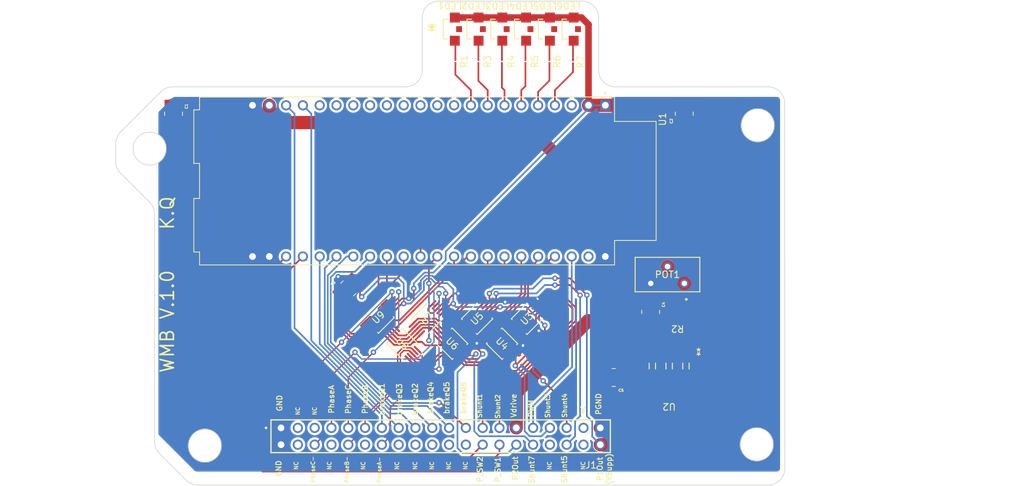
<source format=kicad_pcb>
(kicad_pcb (version 20221018) (generator pcbnew)
  (layers (0 "F.Cu" signal) (31 "B.Cu" signal) (34 "B.Paste" user) (35 "F.Paste" user) (36 "B.SilkS" user "B.Silkscreen") (37 "F.SilkS" user "F.Silkscreen") (38 "B.Mask" user) (39 "F.Mask" user) (44 "Edge.Cuts" user))
  (net 0 "")
  (net 1 "GND")
  (net 2 "Vdrive")
  (net 4 "PhaseC-")
  (net 5 "PhaseB-")
  (net 6 "PhaseA+")
  (net 7 "PhaseA-")
  (net 8 "PhaseC+")
  (net 9 "PhaseB+")
  (net 11 "Shunt1")
  (net 12 "Shunt2")
  (net 17 "PowerSW2")
  (net 18 "PowerSW1")
  (net 19 "Shunt8")
  (net 20 "PWM_sig")
  (net 21 "Shunt7")
  (net 22 "Shunt3")
  (net 23 "Shunt6")
  (net 24 "Shunt4")
  (net 25 "Shunt5")
  (net 30 "Brake_Q4")
  (net 31 "Brake_Q1")
  (net 32 "Brake_Q3")
  (net 33 "Brake_Q2")
  (net 34 "Brake_Q5")
  (net 35 "Brake_Q6")
  (net 39 "Net-(U2-ADJ{slash}GND)")
  (net 40 "Net-(LED1-Pad1)")
  (net 41 "Net-(LED2-Pad1)")
  (net 42 "Net-(LED3-Pad1)")
  (net 43 "Net-(LED4-Pad1)")
  (net 44 "Net-(LED5-Pad1)")
  (net 45 "Net-(LED6-Pad1)")
  (net 47 "/measurement chips/CS1")
  (net 49 "/measurement chips/CS2")
  (net 51 "/measurement chips/CS3")
  (net 53 "/measurement chips/CS4")
  (net 54 "/measurement chips/CS5")
  (net 55 "/measurement chips/CS6")
  (net 60 "LED1")
  (net 61 "V3.3+")
  (net 62 "LED2")
  (net 63 "LED3")
  (net 64 "LED4")
  (net 65 "LED5")
  (net 66 "LED6")
  (net 68 "/measurement chips/CS7")
  (net 69 "/measurement chips/MISO")
  (net 70 "/measurement chips/SCLK")
  (net 71 "/measurement chips/MOSI")
  (net 72 "/measurement chips/ALERT")
  (footprint "footprints:ERJXGN_RCD" (layer "F.Cu") (at 150.306152 29.484964 90)
    (fp_text reference "R7")
    (fp_text value "ERJXGNJ560Y")
  )
  (footprint "footprints:TS3B" (layer "F.Cu") (at 164.846 81.6229 180)
    (fp_text reference "U2")
    (fp_text value "LM1084ISX-5.0_NOPB")
  )
  (footprint "footprints:VSSOP10_DGS_TEX" (layer "F.Cu") (at 124.495232 72.109368 -45)
    (fp_text reference "U8")
    (fp_text value "INA229AIDGSR")
  )
  (footprint "footprints:VSSOP10_DGS_TEX" (layer "F.Cu") (at 143.35377 68.33766 45)
    (fp_text reference "U3")
    (fp_text value "INA229AIDGSR")
  )
  (footprint "footprints:LED_XZMG56W_SLD" (layer "F.Cu") (at 142.47087 24.552414 180)
    (fp_text reference "LED4")
    (fp_text value "XZMG56W")
  )
  (footprint "footprints:ERJXGN_RCD" (layer "F.Cu") (at 132.5289 29.445689 90)
    (fp_text reference "R1")
    (fp_text value "ERJXGNJ560Y")
  )
  (footprint "footprints:ERJXGN_RCD" (layer "F.Cu") (at 143.117658 29.445689 90)
    (fp_text reference "R5")
    (fp_text value "ERJXGNJ560Y")
  )
  (footprint "footprints:CAPC3225X270N" (layer "F.Cu") (at 116.332 63.754 45)
    (fp_text reference "C3")
    (fp_text value "GRM32EC72A106KE05L")
  )
  (footprint "footprints:VSSOP10_DGS_TEX" (layer "F.Cu") (at 128.266939 68.33766 45)
    (fp_text reference "U7")
    (fp_text value "INA229AIDGSR")
  )
  (footprint "footprints:ERJXGN_RCD" (layer "F.Cu") (at 139.561658 29.445689 90)
    (fp_text reference "R4")
    (fp_text value "ERJXGNJ560Y")
  )
  (footprint "footprints:CAPC3225X270N" (layer "F.Cu") (at 167.132 37.338 90)
    (fp_text reference "C2")
    (fp_text value "GRM32EC72A106KE05L")
  )
  (footprint "footprints:RES_CRCW_0402" (layer "F.Cu") (at 166.116 69.85 180)
    (fp_text reference "R2")
    (fp_text value "CRCW04021K00FKED")
  )
  (footprint "footprints:LED_XZMG56W_SLD" (layer "F.Cu") (at 131.687658 24.552414 180)
    (fp_text reference "LED1")
    (fp_text value "XZMG56W")
  )
  (footprint "footprints:LED_XZMG56W_SLD" (layer "F.Cu") (at 138.876467 24.552414 180)
    (fp_text reference "LED3")
    (fp_text value "XZMG56W")
  )
  (footprint "footprints:VSSOP10_DGS_TEX" (layer "F.Cu") (at 135.810355 68.33766 45)
    (fp_text reference "U5")
    (fp_text value "INA229AIDGSR")
  )
  (footprint "footprints:CAPC3225X270N" (layer "F.Cu") (at 156.464 77.216 180)
    (fp_text reference "C5")
    (fp_text value "GRM32EC72A106KE05L")
  )
  (footprint "footprints:VSSOP10_DGS_TEX" (layer "F.Cu") (at 120.903129 68.158055 45)
    (fp_text reference "U9")
    (fp_text value "INA229AIDGSR")
  )
  (footprint "footprints:MODULE_ESP32-S2-DEVKITC-1" (layer "F.Cu") (at 125.222 47.498 -90)
    (fp_text reference "U1")
    (fp_text value "ESP32-S2-DEVKITC-1")
  )
  (footprint "footprints:LED_XZMG56W_SLD" (layer "F.Cu") (at 149.659676 24.552414 180)
    (fp_text reference "LED6")
    (fp_text value "XZMG56W")
  )
  (footprint "footprints:ERJXGN_RCD" (layer "F.Cu") (at 146.747129 29.445607 90)
    (fp_text reference "R6")
    (fp_text value "ERJXGNJ560Y")
  )
  (footprint "footprints:SAMTEC_ESQ-120-XX-X-D-XX" (layer "F.Cu") (at 130.302 86.106 180)
    (fp_text reference "J1")
    (fp_text value "ESQ-120-XX-X-D-XX")
  )
  (footprint "footprints:VSSOP10_DGS_TEX" (layer "F.Cu") (at 132.038647 72.109368 -45)
    (fp_text reference "U6")
    (fp_text value "INA229AIDGSR")
  )
  (footprint "footprints:CAPC3225X270N" (layer "F.Cu") (at 89.916 37.338 -90)
    (fp_text reference "C1")
    (fp_text value "GRM32EC72A106KE05L")
  )
  (footprint "footprints:CAPC3225X270N" (layer "F.Cu") (at 162.052 67.31 -90)
    (fp_text reference "C4")
    (fp_text value "GRM32EC72A106KE05L")
  )
  (footprint "footprints:POT_3296Y" (layer "F.Cu") (at 162.0647 62.992)
    (fp_text reference "POT1")
    (fp_text value "3296Y-1-502LF")
  )
  (footprint "footprints:ERJXGN_RCD" (layer "F.Cu") (at 136.005658 29.445689 90)
    (fp_text reference "R3")
    (fp_text value "ERJXGNJ560Y")
  )
  (footprint "footprints:VSSOP10_DGS_TEX" (layer "F.Cu") (at 139.582062 72.109368 -45)
    (fp_text reference "U4")
    (fp_text value "INA229AIDGSR")
  )
  (footprint "footprints:LED_XZMG56W_SLD" (layer "F.Cu") (at 135.282064 24.552414 180)
    (fp_text reference "LED2")
    (fp_text value "XZMG56W")
  )
  (footprint "footprints:LED_XZMG56W_SLD" (layer "F.Cu") (at 146.065273 24.552414 180)
    (fp_text reference "LED5")
    (fp_text value "XZMG56W")
  )
  (gr_line (start 182.308709 35.772945) (end 182.332 90.970945) (stroke (width 0.1)) (layer "Edge.Cuts"))
  (gr_line (start 127.508 22.82) (end 127.508 30.774) (stroke (width 0.1)) (layer "Edge.Cuts"))
  (gr_circle (center 94.651496 87.524896) (end 97.151496 87.524896) (stroke (width 0.1)) (fill none) (layer "Edge.Cuts"))
  (gr_line (start 81.1784 44.572066) (end 81.1784 41.873674) (stroke (width 0.1)) (layer "Edge.Cuts"))
  (gr_line (start 179.80871 33.274) (end 156.678 33.274) (stroke (width 0.1)) (layer "Edge.Cuts"))
  (gr_line (start 81.910633 40.105907) (end 88.010719 34.005821) (stroke (width 0.1)) (layer "Edge.Cuts"))
  (gr_circle (center 178.090496 87.321696) (end 180.590496 87.321696) (stroke (width 0.1)) (fill none) (layer "Edge.Cuts"))
  (gr_line (start 87.778033 88.692631) (end 91.825169 92.739767) (stroke (width 0.1)) (layer "Edge.Cuts"))
  (gr_line (start 130.008 20.32) (end 151.678 20.32) (stroke (width 0.1)) (layer "Edge.Cuts"))
  (gr_line (start 125.008 33.274) (end 89.778486 33.274) (stroke (width 0.1)) (layer "Edge.Cuts"))
  (gr_line (start 93.592936 93.472) (end 179.832 93.472) (stroke (width 0.1)) (layer "Edge.Cuts"))
  (gr_arc (start 93.592936 93.472) (mid 92.63622 93.281711) (end 91.825169 92.739767) (stroke (width 0.1)) (layer "Edge.Cuts"))
  (gr_arc (start 81.1784 41.873674) (mid 81.36871 40.916971) (end 81.910633 40.105907) (stroke (width 0.1)) (layer "Edge.Cuts"))
  (gr_line (start 154.178 22.82) (end 154.178 30.774) (stroke (width 0.1)) (layer "Edge.Cuts"))
  (gr_arc (start 127.508 22.82) (mid 128.240233 21.052233) (end 130.008 20.32) (stroke (width 0.1)) (layer "Edge.Cuts"))
  (gr_arc (start 151.678 20.32) (mid 153.445767 21.052233) (end 154.178 22.82) (stroke (width 0.1)) (layer "Edge.Cuts"))
  (gr_arc (start 179.80871 33.274) (mid 181.576133 34.005844) (end 182.308709 35.772945) (stroke (width 0.1)) (layer "Edge.Cuts"))
  (gr_line (start 87.0458 52.510534) (end 87.0458 86.924864) (stroke (width 0.1)) (layer "Edge.Cuts"))
  (gr_circle (center 178.242896 39.087096) (end 180.742896 39.087096) (stroke (width 0.1)) (fill none) (layer "Edge.Cuts"))
  (gr_line (start 81.910633 46.339833) (end 86.313567 50.742767) (stroke (width 0.1)) (layer "Edge.Cuts"))
  (gr_arc (start 86.313567 50.742767) (mid 86.855488 51.553827) (end 87.0458 52.510534) (stroke (width 0.1)) (layer "Edge.Cuts"))
  (gr_arc (start 156.678 33.274) (mid 154.910233 32.541767) (end 154.178 30.774) (stroke (width 0.1)) (layer "Edge.Cuts"))
  (gr_arc (start 127.508 30.774) (mid 126.775767 32.541767) (end 125.008 33.274) (stroke (width 0.1)) (layer "Edge.Cuts"))
  (gr_arc (start 81.910633 46.339833) (mid 81.368701 45.528775) (end 81.1784 44.572066) (stroke (width 0.1)) (layer "Edge.Cuts"))
  (gr_arc (start 88.010719 34.005821) (mid 88.821777 33.463889) (end 89.778486 33.273588) (stroke (width 0.1)) (layer "Edge.Cuts"))
  (gr_arc (start 182.332 90.970945) (mid 181.600143 92.73941) (end 179.832 93.472) (stroke (width 0.1)) (layer "Edge.Cuts"))
  (gr_arc (start 87.778033 88.692631) (mid 87.236113 87.88157) (end 87.0458 86.924864) (stroke (width 0.1)) (layer "Edge.Cuts"))
  (gr_circle (center 86.305696 42.617696) (end 88.805696 42.617696) (stroke (width 0.1)) (fill none) (layer "Edge.Cuts"))
  (gr_text "Shunt1" (at 136.191296 81.505096 90) (layer "F.SilkS") (effects (font (size 0.7 0.7))))
  (gr_text "NC" (at 113.483696 90.547496 90) (layer "F.SilkS") (effects (font (size 0.6 0.6) (thickness 0.12))))
  (gr_text "GND" (at 105.9434 81.1022 90) (layer "F.SilkS") (effects (font (size 0.8 0.8))))
  (gr_text "PGND" (at 154.174496 81.237496 90) (layer "F.SilkS") (effects (font (size 0.8 0.8))))
  (gr_text "NC" (at 123.694496 90.547496 90) (layer "F.SilkS") (effects (font (size 0.6 0.6) (thickness 0.12))))
  (gr_text "brakeQ5" (at 131.212896 80.285896 90) (layer "F.SilkS") (effects (font (size 0.8 0.8))))
  (gr_text "brakeQ1" (at 121.412 80.518 90) (layer "F.SilkS") (effects (font (size 0.8 0.8))))
  (gr_text "PhaseB-" (at 116.125296 91.157096 90) (layer "F.SilkS") (effects (font (size 0.6 0.6) (thickness 0.12))))
  (gr_text "NC" (at 126.437696 90.547496 90) (layer "F.SilkS") (effects (font (size 0.6 0.6) (thickness 0.12))))
  (gr_text "Shunt2" (at 138.934496 81.606696 90) (layer "F.SilkS") (effects (font (size 0.7 0.7))))
  (gr_text "brakeQ6" (at 133.752896 80.285896 90) (layer "F.SilkS") (effects (font (size 0.8 0.8))))
  (gr_text "NC" (at 128.977696 90.547496 90) (layer "F.SilkS") (effects (font (size 0.6 0.6) (thickness 0.12))))
  (gr_text "NC" (at 134.057696 90.547496 90) (layer "F.SilkS") (effects (font (size 0.6 0.6) (thickness 0.12))))
  (gr_text "P_SW1" (at 138.934496 91.157096 90) (layer "F.SilkS") (effects (font (size 0.8 0.8))))
  (gr_text "PhaseC-" (at 110.994496 91.131696 90) (layer "F.SilkS") (effects (font (size 0.6 0.6) (thickness 0.12))))
  (gr_text "WMB V.1.0    K.Q" (at 88.9762 63.1698 90) (layer "F.SilkS") (effects (font (size 2 2) (thickness 0.25))))
  (gr_text "PhaseA" (at 113.792 80.518 90) (layer "F.SilkS") (effects (font (size 0.8 0.8))))
  (gr_text "PWM" (at 143.989096 81.911496 90) (layer "F.SilkS") (effects (font (size 0.8 0.8))))
  (gr_text "Shunt3" (at 146.478296 81.505096 90) (layer "F.SilkS") (effects (font (size 0.7 0.7))))
  (gr_text "brakeQ2" (at 126.4412 80.518 90) (layer "F.SilkS") (effects (font (size 0.8 0.8))))
  (gr_text "Shunt5" (at 148.992896 91.106296 90) (layer "F.SilkS") (effects (font (size 0.8 0.8))))
  (gr_text "PhaseC" (at 116.332 80.518 90) (layer "F.SilkS") (effects (font (size 0.8 0.8))))
  (gr_text "NC" (at 146.757696 90.547496 90) (layer "F.SilkS") (effects (font (size 0.6 0.6) (thickness 0.12))))
  (gr_text "brakeQ3" (at 124.0536 80.5688 90) (layer "F.SilkS") (effects (font (size 0.8 0.8))))
  (gr_text "NC" (at 108.454496 90.547496 90) (layer "F.SilkS") (effects (font (size 0.6 0.6) (thickness 0.12))))
  (gr_text "NC" (at 108.712 82.296 90) (layer "F.SilkS") (effects (font (size 0.6 0.6) (thickness 0.12))))
  (gr_text "NC" (at 111.252 82.296 90) (layer "F.SilkS") (effects (font (size 0.6 0.6) (thickness 0.12))))
  (gr_text "PhaseB" (at 118.872 80.518 90) (layer "F.SilkS") (effects (font (size 0.8 0.8))))
  (gr_text "NC" (at 151.837696 82.114696 90) (layer "F.SilkS") (effects (font (size 0.6 0.6) (thickness 0.12))))
  (gr_text "PhaseA-" (at 121.027496 91.207896 90) (layer "F.SilkS") (effects (font (size 0.6 0.6) (thickness 0.12))))
  (gr_text "NC" (at 131.517696 90.547496 90) (layer "F.SilkS") (effects (font (size 0.6 0.6) (thickness 0.12))))
  (gr_text "NC" (at 151.837696 90.547496 90) (layer "F.SilkS") (effects (font (size 0.6 0.6) (thickness 0.12))))
  (gr_text "P2Out" (at 141.576096 90.953896 90) (layer "F.SilkS") (effects (font (size 0.8 0.8))))
  (gr_text "P_SW2" (at 136.242096 91.106296 90) (layer "F.SilkS") (effects (font (size 0.8 0.8))))
  (gr_text "brakeQ4" (at 128.774496 80.285896 90) (layer "F.SilkS") (effects (font (size 0.8 0.8))))
  (gr_text "P1Out" (at 154.377696 91.055496 90) (layer "F.SilkS") (effects (font (size 0.8 0.8))))
  (gr_text "GND" (at 105.817696 90.987496 90) (layer "F.SilkS") (effects (font (size 0.8 0.8))))
  (gr_text "Shunt4" (at 149.043696 81.454296 90) (layer "F.SilkS") (effects (font (size 0.7 0.7))))
  (gr_text "(VSupp)" (at 155.749296 91.030096 90) (layer "F.SilkS") (effects (font (size 0.8 0.8))))
  (gr_text "Vdrive" (at 141.347496 81.479696 90) (layer "F.SilkS") (effects (font (size 0.8 0.8))))
  (gr_text "NC" (at 118.589096 90.547496 90) (layer "F.SilkS") (effects (font (size 0.6 0.6) (thickness 0.12))))
  (gr_text "Shunt7" (at 144.065296 91.157096 90) (layer "F.SilkS") (effects (font (size 0.8 0.8))))
  (segment (start 144.711 69.7302) (end 145.1356 70.1548) (width 0.25) (layer "F.Cu") (net 1))
  (segment (start 140.74144 74.001392) (end 140.187815 73.447767) (width 0.25) (layer "F.Cu") (net 1))
  (segment (start 155.123 84.145) (end 154.432 84.836) (width 2) (layer "F.Cu") (net 1))
  (segment (start 162.0647 62.992) (end 162.0647 43.7463) (width 2) (layer "F.Cu") (net 1))
  (segment (start 89.916 35.997) (end 101.781 35.997) (width 2) (layer "F.Cu") (net 1))
  (segment (start 114.3 62.484) (end 114.3 63.61846) (width 0.25) (layer "F.Cu") (net 1))
  (segment (start 131.489 65.361) (end 132.334 64.516) (width 0.25) (layer "F.Cu") (net 1))
  (segment (start 133.198025 74.001392) (end 134.09796 74.901327) (width 0.25) (layer "F.Cu") (net 1))
  (segment (start 134.09796 74.901327) (end 137.568277 74.901327) (width 0.25) (layer "F.Cu") (net 1))
  (segment (start 130.187636 67.124248) (end 131.489 65.822884) (width 0.25) (layer "F.Cu") (net 1))
  (segment (start 162.0647 43.7463) (end 167.132 38.679) (width 2) (layer "F.Cu") (net 1))
  (segment (start 155.123 77.216) (end 155.123 84.145) (width 2) (layer "F.Cu") (net 1))
  (segment (start 132.334 64.516) (end 132.974063 64.516) (width 0.25) (layer "F.Cu") (net 1))
  (segment (start 140.187815 73.447767) (end 139.446 73.447767) (width 0.25) (layer "F.Cu") (net 1))
  (segment (start 132.698434 73.47644) (end 130.23156 73.47644) (width 0.25) (layer "F.Cu") (net 1))
  (segment (start 122.823826 66.904869) (end 122.823826 66.944643) (width 0.25) (layer "F.Cu") (net 1))
  (segment (start 162.052 63.0047) (end 162.0647 62.992) (width 2) (layer "F.Cu") (net 1))
  (segment (start 128.778 74.93) (end 126.608579 74.93) (width 0.25) (layer "F.Cu") (net 1))
  (segment (start 137.568277 74.901327) (end 139.021837 73.447767) (width 0.25) (layer "F.Cu") (net 1))
  (segment (start 139.021837 73.447767) (end 139.446 73.447767) (width 0.25) (layer "F.Cu") (net 1))
  (segment (start 130.23156 73.47644) (end 128.778 74.93) (width 0.25) (layer "F.Cu") (net 1))
  (segment (start 139.018539 65.800274) (end 137.39167 67.427143) (width 0.25) (layer "F.Cu") (net 1))
  (segment (start 137.460738 72.0598) (end 135.763 72.0598) (width 0.25) (layer "F.Cu") (net 1))
  (segment (start 133.252059 74.030065) (end 132.698434 73.47644) (width 0.25) (layer "F.Cu") (net 1))
  (segment (start 125.476 65.278) (end 124.450695 65.278) (width 0.25) (layer "F.Cu") (net 1))
  (segment (start 131.489 65.822884) (end 131.489 65.361) (width 0.25) (layer "F.Cu") (net 1))
  (segment (start 162.052 65.969) (end 162.052 63.0047) (width 2) (layer "F.Cu") (net 1))
  (segment (start 144.711 67.687715) (end 144.711 69.7302) (width 0.25) (layer "F.Cu") (net 1))
  (segment (start 126.608579 74.93) (end 125.708644 74.030065) (width 0.25) (layer "F.Cu") (net 1))
  (segment (start 124.450695 65.278) (end 122.823826 66.904869) (width 0.25) (layer "F.Cu") (net 1))
  (segment (start 139.446 73.447767) (end 138.848705 73.447767) (width 0.25) (layer "F.Cu") (net 1))
  (segment (start 138.848705 73.447767) (end 137.460738 72.0598) (width 0.25) (layer "F.Cu") (net 1))
  (segment (start 114.3 63.61846) (end 115.38377 64.70223) (width 0.25) (layer "F.Cu") (net 1))
  (segment (start 140.043844 65.800274) (end 139.018539 65.800274) (width 0.25) (layer "F.Cu") (net 1))
  (segment (start 145.274467 67.124248) (end 144.711 67.687715) (width 0.25) (layer "F.Cu") (net 1))
  (segment (start 101.781 35.997) (end 101.852 36.068) (width 2) (layer "F.Cu") (net 1))
  (segment (start 114.808 61.976) (end 114.3 62.484) (width 0.25) (layer "F.Cu") (net 1))
  (via (at 125.476 65.278) (size 0.8) (drill 0.4) (layers "F.Cu" "B.Cu") (net 1))
  (via (at 140.043844 65.800274) (size 0.8) (drill 0.4) (layers "F.Cu" "B.Cu") (net 1))
  (via (at 114.808 61.976) (size 0.8) (drill 0.4) (layers "F.Cu" "B.Cu") (net 1))
  (via (at 135.763 72.0598) (size 0.8) (drill 0.4) (layers "F.Cu" "B.Cu") (net 1))
  (via (at 132.974063 64.516) (size 0.8) (drill 0.4) (layers "F.Cu" "B.Cu") (net 1))
  (via (at 145.1356 70.1548) (size 0.8) (drill 0.4) (layers "F.Cu" "B.Cu") (net 1))
  (segment (start 125.476 62.738) (end 125.476 65.278) (width 0.25) (layer "B.Cu") (net 1))
  (segment (start 159.256 62.992) (end 155.192 58.928) (width 2) (layer "B.Cu") (net 1))
  (segment (start 124.46 61.722) (end 125.476 62.738) (width 0.25) (layer "B.Cu") (net 1))
  (segment (start 127.312 62.542299) (end 127.312 63.830909) (width 0.25) (layer "B.Cu") (net 1))
  (segment (start 132.974063 65.302659) (end 133.508678 65.837274) (width 0.25) (layer "B.Cu") (net 1))
  (segment (start 162.0647 62.992) (end 159.256 62.992) (width 2) (layer "B.Cu") (net 1))
  (segment (start 127.312 63.830909) (end 125.864909 65.278) (width 0.25) (layer "B.Cu") (net 1))
  (segment (start 129.699 62.505299) (end 129.010701 61.817) (width 0.25) (layer "B.Cu") (net 1))
  (segment (start 132.355299 62.505299) (end 129.699 62.505299) (width 0.25) (layer "B.Cu") (net 1))
  (segment (start 114.808 61.976) (end 116.84 61.976) (width 0.25) (layer "B.Cu") (net 1))
  (segment (start 133.508678 65.837274) (end 140.006844 65.837274) (width 0.25) (layer "B.Cu") (net 1))
  (segment (start 132.974063 65.302659) (end 132.974063 63.124063) (width 0.25) (layer "B.Cu") (net 1))
  (segment (start 140.006844 65.837274) (end 140.043844 65.800274) (width 0.25) (layer "B.Cu") (net 1))
  (segment (start 128.037299 61.817) (end 127.312 62.542299) (width 0.25) (layer "B.Cu") (net 1))
  (segment (start 125.864909 65.278) (end 125.476 65.278) (width 0.25) (layer "B.Cu") (net 1))
  (segment (start 116.84 61.976) (end 117.094 61.722) (width 0.25) (layer "B.Cu") (net 1))
  (segment (start 129.010701 61.817) (end 128.037299 61.817) (width 0.25) (layer "B.Cu") (net 1))
  (segment (start 132.974063 63.124063) (end 132.355299 62.505299) (width 0.25) (layer "B.Cu") (net 1))
  (segment (start 117.094 61.722) (end 124.46 61.722) (width 0.25) (layer "B.Cu") (net 1))
  (segment (start 104.392 38.356) (end 104.069 38.679) (width 2) (layer "F.Cu") (net 2))
  (segment (start 142.819 38.679) (end 104.069 38.679) (width 2) (layer "F.Cu") (net 2))
  (segment (start 158.496 66.938) (end 158.496 54.356) (width 2) (layer "F.Cu") (net 2))
  (segment (start 141.732 79.502) (end 152.583 68.651) (width 2) (layer "F.Cu") (net 2))
  (segment (start 152.583 68.651) (end 162.052 68.651) (width 2) (layer "F.Cu") (net 2))
  (segment (start 160.209 68.651) (end 158.496 66.938) (width 2) (layer "F.Cu") (net 2))
  (segment (start 162.052 68.651) (end 160.209 68.651) (width 2) (layer "F.Cu") (net 2))
  (segment (start 163.647 68.651) (end 162.052 68.651) (width 2) (layer "F.Cu") (net 2))
  (segment (start 158.496 54.356) (end 142.819 38.679) (width 2) (layer "F.Cu") (net 2))
  (segment (start 141.732 84.836) (end 141.732 79.502) (width 2) (layer "F.Cu") (net 2))
  (segment (start 104.392 36.068) (end 104.392 38.356) (width 2) (layer "F.Cu") (net 2))
  (segment (start 164.846 73.3425) (end 164.846 69.85) (width 2) (layer "F.Cu") (net 2))
  (segment (start 104.069 38.679) (end 89.916 38.679) (width 2) (layer "F.Cu") (net 2))
  (segment (start 164.846 69.85) (end 163.647 68.651) (width 2) (layer "F.Cu") (net 2))
  (segment (start 115.316 71.882) (end 112.522 74.676) (width 0.2) (layer "F.Cu") (net 4))
  (segment (start 112.522 74.676) (end 112.522 86.106) (width 0.2) (layer "F.Cu") (net 4))
  (segment (start 122.936 65.417899) (end 122.116541 66.237358) (width 0.2) (layer "F.Cu") (net 4))
  (segment (start 122.936 64.262) (end 122.936 65.417899) (width 0.2) (layer "F.Cu") (net 4))
  (segment (start 112.522 86.106) (end 111.252 87.376) (width 0.2) (layer "F.Cu") (net 4))
  (via (at 122.936 64.262) (size 0.8) (drill 0.4) (layers "F.Cu" "B.Cu") (net 4))
  (via (at 115.316 71.882) (size 0.8) (drill 0.4) (layers "F.Cu" "B.Cu") (net 4))
  (segment (start 115.316 71.882) (end 122.936 64.262) (width 0.2) (layer "B.Cu") (net 4))
  (segment (start 124.548315 72.752) (end 125.845149 72.752) (width 0.2) (layer "F.Cu") (net 5))
  (segment (start 123.806 73.494314) (end 124.548315 72.752) (width 0.2) (layer "F.Cu") (net 5))
  (segment (start 117.602 86.106) (end 117.602 84.328) (width 0.2) (layer "F.Cu") (net 5))
  (segment (start 123.806 78.124) (end 123.806 73.494314) (width 0.2) (layer "F.Cu") (net 5))
  (segment (start 116.332 87.376) (end 117.602 86.106) (width 0.2) (layer "F.Cu") (net 5))
  (segment (start 125.845149 72.752) (end 126.415929 73.32278) (width 0.2) (layer "F.Cu") (net 5))
  (segment (start 117.602 84.328) (end 123.806 78.124) (width 0.2) (layer "F.Cu") (net 5))
  (segment (start 131.064 64.540659) (end 131.064 65.519906) (width 0.2) (layer "F.Cu") (net 6))
  (segment (start 113.792 76.962) (end 117.348 73.406) (width 0.2) (layer "F.Cu") (net 6))
  (segment (start 131.064 65.519906) (end 129.968247 66.615659) (width 0.2) (layer "F.Cu") (net 6))
  (segment (start 129.9503 66.6457) (end 129.1297 67.4663) (width 0.2) (layer "F.Cu") (net 6))
  (segment (start 129.1297 67.4663) (end 128.7233 67.4663) (width 0.2) (layer "F.Cu") (net 6))
  (segment (start 113.792 84.836) (end 113.792 76.962) (width 0.2) (layer "F.Cu") (net 6))
  (segment (start 128.3931 67.1361) (end 128.3931 66.797314) (width 0.2) (layer "F.Cu") (net 6))
  (segment (start 128.3931 66.797314) (end 129.251999 65.938415) (width 0.2) (layer "F.Cu") (net 6))
  (segment (start 128.7233 67.4663) (end 128.3931 67.1361) (width 0.2) (layer "F.Cu") (net 6))
  (via (at 117.348 73.406) (size 0.8) (drill 0.4) (layers "F.Cu" "B.Cu") (net 6))
  (via (at 131.064 64.516) (size 0.8) (drill 0.4) (layers "F.Cu" "B.Cu") (net 6))
  (segment (start 117.348 73.406) (end 118.364 74.422) (width 0.2) (layer "B.Cu") (net 6))
  (segment (start 126.71995 74.422) (end 129.286 71.85595) (width 0.2) (layer "B.Cu") (net 6))
  (segment (start 129.286 71.85595) (end 129.286 64.008) (width 0.2) (layer "B.Cu") (net 6))
  (segment (start 129.286 64.008) (end 129.794 63.5) (width 0.2) (layer "B.Cu") (net 6))
  (segment (start 131.064 64.008) (end 131.064 64.516) (width 0.2) (layer "B.Cu") (net 6))
  (segment (start 129.794 63.5) (end 130.556 63.5) (width 0.2) (layer "B.Cu") (net 6))
  (segment (start 118.364 74.422) (end 126.71995 74.422) (width 0.2) (layer "B.Cu") (net 6))
  (segment (start 130.556 63.5) (end 131.064 64.008) (width 0.2) (layer "B.Cu") (net 6))
  (segment (start 129.614604 66.219396) (end 129.614604 66.262017) (width 0.2) (layer "F.Cu") (net 7))
  (segment (start 121.412 87.376) (end 122.682 86.106) (width 0.2) (layer "F.Cu") (net 7))
  (segment (start 130.048 65.849314) (end 130.048 64.516) (width 0.25) (layer "F.Cu") (net 7))
  (segment (start 129.480351 66.416963) (end 130.048 65.849314) (width 0.25) (layer "F.Cu") (net 7))
  (segment (start 122.682 86.106) (end 122.682 81.788) (width 0.2) (layer "F.Cu") (net 7))
  (segment (start 122.682 81.788) (end 128.524 75.946) (width 0.2) (layer "F.Cu") (net 7))
  (segment (start 128.524 75.946) (end 130.048 75.946) (width 0.2) (layer "F.Cu") (net 7))
  (via (at 130.048 75.946) (size 0.8) (drill 0.4) (layers "F.Cu" "B.Cu") (net 7))
  (via (at 130.048 64.516) (size 0.8) (drill 0.4) (layers "F.Cu" "B.Cu") (net 7))
  (segment (start 130.048 75.946) (end 130.048 64.516) (width 0.2) (layer "B.Cu") (net 7))
  (segment (start 122.4612 66.591) (end 121.6406 67.4116) (width 0.2) (layer "F.Cu") (net 8))
  (segment (start 120.904 66.742614) (end 121.762899 65.883715) (width 0.2) (layer "F.Cu") (net 8))
  (segment (start 116.332 77.216) (end 120.142 73.406) (width 0.2) (layer "F.Cu") (net 8))
  (segment (start 121.2342 67.4116) (end 120.904 67.0814) (width 0.2) (layer "F.Cu") (net 8))
  (segment (start 122.470184 66.591) (end 122.4612 66.591) (width 0.2) (layer "F.Cu") (net 8))
  (segment (start 123.952 65.109184) (end 122.470184 66.591) (width 0.2) (layer "F.Cu") (net 8))
  (segment (start 120.904 67.0814) (end 120.904 66.742614) (width 0.2) (layer "F.Cu") (net 8))
  (segment (start 123.952 64.262) (end 123.952 65.109184) (width 0.2) (layer "F.Cu") (net 8))
  (segment (start 116.332 84.836) (end 116.332 77.216) (width 0.2) (layer "F.Cu") (net 8))
  (segment (start 121.6406 67.4116) (end 121.2342 67.4116) (width 0.2) (layer "F.Cu") (net 8))
  (via (at 123.952 64.262) (size 0.8) (drill 0.4) (layers "F.Cu" "B.Cu") (net 8))
  (via (at 120.142 73.406) (size 0.8) (drill 0.4) (layers "F.Cu" "B.Cu") (net 8))
  (segment (start 123.952 69.596) (end 123.952 64.262) (width 0.2) (layer "B.Cu") (net 8))
  (segment (start 120.142 73.406) (end 123.952 69.596) (width 0.2) (layer "B.Cu") (net 8))
  (segment (start 127.337 74.505) (end 127.508 74.334) (width 0.2) (layer "F.Cu") (net 9))
  (segment (start 118.872 84.836) (end 118.872 83.623686) (width 0.2) (layer "F.Cu") (net 9))
  (segment (start 125.537864 73.152) (end 126.062287 73.676423) (width 0.2) (layer "F.Cu") (net 9))
  (segment (start 124.206 73.66) (end 124.714 73.152) (width 0.2) (layer "F.Cu") (net 9))
  (segment (start 126.062287 73.676423) (end 126.890864 74.505) (width 0.2) (layer "F.Cu") (net 9))
  (segment (start 124.206 78.289685) (end 124.206 73.66) (width 0.2) (layer "F.Cu") (net 9))
  (segment (start 126.890864 74.505) (end 127.337 74.505) (width 0.2) (layer "F.Cu") (net 9))
  (segment (start 124.714 73.152) (end 125.537864 73.152) (width 0.2) (layer "F.Cu") (net 9))
  (segment (start 127.508 73.707566) (end 126.769572 72.969138) (width 0.2) (layer "F.Cu") (net 9))
  (segment (start 118.872 83.623686) (end 124.206 78.289685) (width 0.2) (layer "F.Cu") (net 9))
  (segment (start 127.508 74.334) (end 127.508 73.707566) (width 0.2) (layer "F.Cu") (net 9))
  (segment (start 148.149604 64.712) (end 146.97943 64.712) (width 0.25) (layer "F.Cu") (net 11))
  (segment (start 150.251084 68.472688) (end 150.251084 66.81348) (width 0.25) (layer "F.Cu") (net 11))
  (segment (start 136.652 84.836) (end 136.652 82.071772) (width 0.25) (layer "F.Cu") (net 11))
  (segment (start 143.339908 66.925783) (end 144.198807 66.066884) (width 0.2) (layer "F.Cu") (net 11))
  (segment (start 143.670108 67.594769) (end 143.339908 67.264569) (width 0.2) (layer "F.Cu") (net 11))
  (segment (start 136.652 82.071772) (end 150.251084 68.472688) (width 0.25) (layer "F.Cu") (net 11))
  (segment (start 143.339908 67.264569) (end 143.339908 66.925783) (width 0.2) (layer "F.Cu") (net 11))
  (segment (start 144.076508 67.594769) (end 143.670108 67.594769) (width 0.2) (layer "F.Cu") (net 11))
  (segment (start 144.897108 66.774169) (end 144.076508 67.594769) (width 0.2) (layer "F.Cu") (net 11))
  (segment (start 150.251084 66.81348) (end 148.149604 64.712) (width 0.25) (layer "F.Cu") (net 11))
  (segment (start 146.97943 64.712) (end 144.920825 66.770605) (width 0.25) (layer "F.Cu") (net 11))
  (segment (start 139.192 80.168168) (end 150.701084 68.659084) (width 0.25) (layer "F.Cu") (net 12))
  (segment (start 146.722145 64.262) (end 144.567182 66.416963) (width 0.25) (layer "F.Cu") (net 12))
  (segment (start 150.701084 68.659084) (end 150.701084 66.627084) (width 0.25) (layer "F.Cu") (net 12))
  (segment (start 148.336 64.262) (end 146.722145 64.262) (width 0.25) (layer "F.Cu") (net 12))
  (segment (start 139.192 84.836) (end 139.192 80.168168) (width 0.25) (layer "F.Cu") (net 12))
  (segment (start 150.701084 66.627084) (end 148.336 64.262) (width 0.25) (layer "F.Cu") (net 12))
  (segment (start 103.886 89.154) (end 103.886 64.514) (width 0.25) (layer "F.Cu") (net 17))
  (segment (start 136.652 87.376) (end 133.858 90.17) (width 0.25) (layer "F.Cu") (net 17))
  (segment (start 109.472 58.928) (end 109.982 59.438) (width 0.25) (layer "F.Cu") (net 17))
  (segment (start 103.886 64.514) (end 109.472 58.928) (width 0.25) (layer "F.Cu") (net 17))
  (segment (start 104.902 90.17) (end 103.886 89.154) (width 0.25) (layer "F.Cu") (net 17))
  (segment (start 133.858 90.17) (end 104.902 90.17) (width 0.25) (layer "F.Cu") (net 17))
  (segment (start 103.378 91.44) (end 102.362 90.424) (width 0.25) (layer "F.Cu") (net 18))
  (segment (start 102.362 63.498) (end 106.932 58.928) (width 0.25) (layer "F.Cu") (net 18))
  (segment (start 136.398 91.44) (end 103.378 91.44) (width 0.25) (layer "F.Cu") (net 18))
  (segment (start 139.192 87.376) (end 139.192 88.646) (width 0.25) (layer "F.Cu") (net 18))
  (segment (start 139.192 88.646) (end 136.398 91.44) (width 0.25) (layer "F.Cu") (net 18))
  (segment (start 102.362 90.424) (end 102.362 63.498) (width 0.25) (layer "F.Cu") (net 18))
  (segment (start 135.431616 73.864384) (end 134.500948 73.864384) (width 0.25) (layer "F.Cu") (net 19))
  (segment (start 134.500948 73.864384) (end 133.959344 73.32278) (width 0.25) (layer "F.Cu") (net 19))
  (segment (start 135.636 73.66) (end 135.431616 73.864384) (width 0.25) (layer "F.Cu") (net 19))
  (via (at 135.636 73.66) (size 0.8) (drill 0.4) (layers "F.Cu" "B.Cu") (net 19))
  (segment (start 132.842 87.884) (end 132.842 76.454) (width 0.25) (layer "B.Cu") (net 19))
  (segment (start 133.604 88.646) (end 132.842 87.884) (width 0.25) (layer "B.Cu") (net 19))
  (segment (start 141.732 87.376) (end 140.462 88.646) (width 0.25) (layer "B.Cu") (net 19))
  (segment (start 140.462 88.646) (end 133.604 88.646) (width 0.25) (layer "B.Cu") (net 19))
  (segment (start 132.842 76.454) (end 135.636 73.66) (width 0.25) (layer "B.Cu") (net 19))
  (segment (start 150.112 58.928) (end 150.112 66.55) (width 0.25) (layer "B.Cu") (net 20))
  (segment (start 150.172 66.61) (end 150.172 75.634) (width 0.25) (layer "B.Cu") (net 20))
  (segment (start 150.112 66.55) (end 150.172 66.61) (width 0.25) (layer "B.Cu") (net 20))
  (segment (start 144.272 81.534) (end 144.272 84.836) (width 0.25) (layer "B.Cu") (net 20))
  (segment (start 150.172 75.634) (end 144.272 81.534) (width 0.25) (layer "B.Cu") (net 20))
  (segment (start 135.899305 72.898) (end 134.384125 72.898) (width 0.25) (layer "F.Cu") (net 21))
  (segment (start 134.351279 74.422) (end 133.605702 73.676423) (width 0.25) (layer "F.Cu") (net 21))
  (segment (start 134.384125 72.898) (end 134.312987 72.969138) (width 0.25) (layer "F.Cu") (net 21))
  (segment (start 136.652 73.66) (end 136.652 73.669305) (width 0.25) (layer "F.Cu") (net 21))
  (segment (start 136.652 73.66) (end 136.652 73.650695) (width 0.25) (layer "F.Cu") (net 21))
  (segment (start 136.652 73.650695) (end 135.899305 72.898) (width 0.25) (layer "F.Cu") (net 21))
  (segment (start 135.899305 74.422) (end 134.351279 74.422) (width 0.25) (layer "F.Cu") (net 21))
  (segment (start 136.652 73.669305) (end 135.899305 74.422) (width 0.25) (layer "F.Cu") (net 21))
  (via (at 136.652 73.66) (size 0.8) (drill 0.4) (layers "F.Cu" "B.Cu") (net 21))
  (segment (start 136.144 86.106) (end 135.382 85.344) (width 0.25) (layer "B.Cu") (net 21))
  (segment (start 135.382 74.939305) (end 136.652 73.669305) (width 0.25) (layer "B.Cu") (net 21))
  (segment (start 143.002 86.106) (end 136.144 86.106) (width 0.25) (layer "B.Cu") (net 21))
  (segment (start 144.272 87.376) (end 143.002 86.106) (width 0.25) (layer "B.Cu") (net 21))
  (segment (start 136.652 73.669305) (end 136.652 73.66) (width 0.25) (layer "B.Cu") (net 21))
  (segment (start 135.382 85.344) (end 135.382 74.939305) (width 0.25) (layer "B.Cu") (net 21))
  (segment (start 142.24 71.628) (end 141.856402 72.011598) (width 0.25) (layer "F.Cu") (net 22))
  (segment (start 143.169 71.628) (end 142.24 71.628) (width 0.25) (layer "F.Cu") (net 22))
  (segment (start 141.856402 72.011598) (end 141.856402 72.969138) (width 0.25) (layer "F.Cu") (net 22))
  (segment (start 143.51 71.969) (end 143.169 71.628) (width 0.25) (layer "F.Cu") (net 22))
  (segment (start 143.51 73.5076) (end 143.51 71.969) (width 0.25) (layer "F.Cu") (net 22))
  (segment (start 141.64072 75.37688) (end 141.64072 74.168026) (width 0.25) (layer "F.Cu") (net 22))
  (segment (start 141.5796 75.438) (end 141.64072 75.37688) (width 0.25) (layer "F.Cu") (net 22))
  (segment (start 141.64072 74.168026) (end 141.149117 73.676423) (width 0.25) (layer "F.Cu") (net 22))
  (segment (start 141.5796 75.438) (end 143.51 73.5076) (width 0.25) (layer "F.Cu") (net 22))
  (via (at 141.5796 75.438) (size 0.8) (drill 0.4) (layers "F.Cu" "B.Cu") (net 22))
  (segment (start 143.764 86.106) (end 145.542 86.106) (width 0.25) (layer "B.Cu") (net 22))
  (segment (start 143.002 76.8604) (end 143.002 85.344) (width 0.25) (layer "B.Cu") (net 22))
  (segment (start 145.542 86.106) (end 146.812 84.836) (width 0.25) (layer "B.Cu") (net 22))
  (segment (start 141.5796 75.438) (end 143.002 76.8604) (width 0.25) (layer "B.Cu") (net 22))
  (segment (start 143.002 85.344) (end 143.764 86.106) (width 0.25) (layer "B.Cu") (net 22))
  (segment (start 164.846 81.7753) (end 162.0647 81.7753) (width 2) (layer "F.Cu") (net 23))
  (segment (start 137.037037 66.416963) (end 137.668 65.786) (width 0.25) (layer "F.Cu") (net 23))
  (segment (start 157.805 86.035) (end 157.805 77.216) (width 2) (layer "F.Cu") (net 23))
  (segment (start 162.0647 81.7753) (end 157.805 86.035) (width 2) (layer "F.Cu") (net 23))
  (segment (start 154.432 87.376) (end 156.464 87.376) (width 2) (layer "F.Cu") (net 23))
  (segment (start 162.306 73.3425) (end 162.306 79.2353) (width 2) (layer "F.Cu") (net 23))
  (segment (start 152.4 64.760695) (end 149.869305 62.23) (width 0.25) (layer "F.Cu") (net 23))
  (segment (start 137.023767 66.416963) (end 137.037037 66.416963) (width 0.25) (layer "F.Cu") (net 23))
  (segment (start 162.306 79.2353) (end 164.846 81.7753) (width 2) (layer "F.Cu") (net 23))
  (segment (start 137.668 65.786) (end 137.668 64.516) (width 0.25) (layer "F.Cu") (net 23))
  (segment (start 152.4 64.77) (end 152.4 64.760695) (width 0.25) (layer "F.Cu") (net 23))
  (segment (start 156.464 87.376) (end 157.805 86.035) (width 2) (layer "F.Cu") (net 23))
  (segment (start 149.869305 62.23) (end 147.574 62.23) (width 0.25) (layer "F.Cu") (net 23))
  (via (at 152.4 64.77) (size 0.8) (drill 0.4) (layers "F.Cu" "B.Cu") (net 23))
  (via (at 147.574 62.23) (size 0.8) (drill 0.4) (layers "F.Cu" "B.Cu") (net 23))
  (via (at 137.668 64.516) (size 0.8) (drill 0.4) (layers "F.Cu" "B.Cu") (net 23))
  (segment (start 144.235 63.791) (end 145.796 62.23) (width 0.25) (layer "B.Cu") (net 23))
  (segment (start 138.383695 63.791) (end 144.235 63.791) (width 0.25) (layer "B.Cu") (net 23))
  (segment (start 154.432 87.376) (end 153.2128 86.1568) (width 0.25) (layer "B.Cu") (net 23))
  (segment (start 137.668 64.516) (end 137.668 64.506695) (width 0.25) (layer "B.Cu") (net 23))
  (segment (start 153.2128 83.8708) (end 152.4 83.058) (width 0.25) (layer "B.Cu") (net 23))
  (segment (start 145.796 62.23) (end 147.574 62.23) (width 0.25) (layer "B.Cu") (net 23))
  (segment (start 153.2128 86.1568) (end 153.2128 83.8708) (width 0.25) (layer "B.Cu") (net 23))
  (segment (start 137.668 64.506695) (end 138.383695 63.791) (width 0.25) (layer "B.Cu") (net 23))
  (segment (start 152.4 83.058) (end 152.4 64.77) (width 0.25) (layer "B.Cu") (net 23))
  (segment (start 149.352 81.28) (end 149.352 84.836) (width 0.25) (layer "F.Cu") (net 24))
  (segment (start 142.748 72.39) (end 142.748 73.409376) (width 0.25) (layer "F.Cu") (net 24))
  (segment (start 142.748 73.409376) (end 142.243376 73.914) (width 0.25) (layer "F.Cu") (net 24))
  (segment (start 145.796 77.724) (end 149.352 81.28) (width 0.25) (layer "F.Cu") (net 24))
  (segment (start 142.243376 73.914) (end 142.093979 73.914) (width 0.25) (layer "F.Cu") (net 24))
  (segment (start 142.093979 73.914) (end 141.502759 73.32278) (width 0.25) (layer "F.Cu") (net 24))
  (via (at 145.796 77.724) (size 0.8) (drill 0.4) (layers "F.Cu" "B.Cu") (net 24))
  (via (at 142.748 72.39) (size 0.8) (drill 0.4) (layers "F.Cu" "B.Cu") (net 24))
  (segment (start 144.272 76.2) (end 144.272 73.914) (width 0.25) (layer "B.Cu") (net 24))
  (segment (start 144.272 73.914) (end 142.748 72.39) (width 0.25) (layer "B.Cu") (net 24))
  (segment (start 145.796 77.724) (end 144.272 76.2) (width 0.25) (layer "B.Cu") (net 24))
  (segment (start 151.384 64.77) (end 149.86 63.246) (width 0.25) (layer "F.Cu") (net 25))
  (segment (start 137.37741 66.770605) (end 138.684 65.464015) (width 0.25) (layer "F.Cu") (net 25))
  (segment (start 138.684 65.464015) (end 138.684 64.516) (width 0.25) (layer "F.Cu") (net 25))
  (segment (start 137.403037 66.742052) (end 136.582437 67.562652) (width 0.2) (layer "F.Cu") (net 25))
  (segment (start 149.86 63.246) (end 147.574 63.246) (width 0.25) (layer "F.Cu") (net 25))
  (segment (start 135.845837 67.232452) (end 135.845837 66.893666) (width 0.2) (layer "F.Cu") (net 25))
  (segment (start 136.176037 67.562652) (end 135.845837 67.232452) (width 0.2) (layer "F.Cu") (net 25))
  (segment (start 136.582437 67.562652) (end 136.176037 67.562652) (width 0.2) (layer "F.Cu") (net 25))
  (segment (start 135.845837 66.893666) (end 136.704736 66.034767) (width 0.2) (layer "F.Cu") (net 25))
  (via (at 138.684 64.516) (size 0.8) (drill 0.4) (layers "F.Cu" "B.Cu") (net 25))
  (via (at 147.574 63.246) (size 0.8) (drill 0.4) (layers "F.Cu" "B.Cu") (net 25))
  (via (at 151.384 64.77) (size 0.8) (drill 0.4) (layers "F.Cu" "B.Cu") (net 25))
  (segment (start 146.05 63.246) (end 147.574 63.246) (width 0.25) (layer "B.Cu") (net 25))
  (segment (start 138.684 64.516) (end 144.78 64.516) (width 0.25) (layer "B.Cu") (net 25))
  (segment (start 149.352 87.376) (end 150.622 86.106) (width 0.25) (layer "B.Cu") (net 25))
  (segment (start 144.78 64.516) (end 146.05 63.246) (width 0.25) (layer "B.Cu") (net 25))
  (segment (start 150.622 86.106) (end 150.622 83.82) (width 0.25) (layer "B.Cu") (net 25))
  (segment (start 151.384 83.058) (end 151.384 64.77) (width 0.25) (layer "B.Cu") (net 25))
  (segment (start 150.622 83.82) (end 151.384 83.058) (width 0.25) (layer "B.Cu") (net 25))
  (segment (start 121.412 84.836) (end 121.412 82.932396) (width 0.25) (layer "B.Cu") (net 30))
  (segment (start 108.204 37.34) (end 106.932 36.068) (width 0.25) (layer "B.Cu") (net 30))
  (segment (start 121.412 82.932396) (end 108.204 69.724396) (width 0.25) (layer "B.Cu") (net 30))
  (segment (start 108.204 69.724396) (end 108.204 37.34) (width 0.25) (layer "B.Cu") (net 30))
  (segment (start 123.952 84.836) (end 123.952 84.707604) (width 0.25) (layer "B.Cu") (net 31))
  (segment (start 110.744 71.628) (end 110.744 37.34) (width 0.25) (layer "B.Cu") (net 31))
  (segment (start 110.744 37.34) (end 109.472 36.068) (width 0.25) (layer "B.Cu") (net 31))
  (segment (start 123.952 84.836) (end 110.744 71.628) (width 0.25) (layer "B.Cu") (net 31))
  (segment (start 112.012 72.131208) (end 112.012 58.928) (width 0.25) (layer "B.Cu") (net 32))
  (segment (start 124.331604 82.675604) (end 122.556396 82.675604) (width 0.25) (layer "B.Cu") (net 32))
  (segment (start 122.556396 82.675604) (end 112.012 72.131208) (width 0.25) (layer "B.Cu") (net 32))
  (segment (start 126.492 84.836) (end 124.331604 82.675604) (width 0.25) (layer "B.Cu") (net 32))
  (segment (start 129.032 84.836) (end 126.172406 81.976406) (width 0.25) (layer "B.Cu") (net 33))
  (segment (start 112.776 72.258812) (end 112.776 60.704) (width 0.25) (layer "B.Cu") (net 33))
  (segment (start 126.172406 81.976406) (end 122.493594 81.976406) (width 0.25) (layer "B.Cu") (net 33))
  (segment (start 112.776 60.704) (end 114.552 58.928) (width 0.25) (layer "B.Cu") (net 33))
  (segment (start 122.493594 81.976406) (end 112.776 72.258812) (width 0.25) (layer "B.Cu") (net 33))
  (segment (start 117.094 58.9871) (end 117.0349 58.928) (width 0.25) (layer "F.Cu") (net 34))
  (segment (start 117.092 58.928) (end 116.078 58.928) (width 0.25) (layer "B.Cu") (net 34))
  (segment (start 115.639 59.367) (end 115.639 59.378251) (width 0.25) (layer "B.Cu") (net 34))
  (segment (start 122.67999 81.526406) (end 128.262406 81.526406) (width 0.25) (layer "B.Cu") (net 34))
  (segment (start 115.002251 60.015) (end 114.991 60.015) (width 0.25) (layer "B.Cu") (net 34))
  (segment (start 128.262406 81.526406) (end 131.572 84.836) (width 0.25) (layer "B.Cu") (net 34))
  (segment (start 114.991 60.015) (end 113.226 61.78) (width 0.25) (layer "B.Cu") (net 34))
  (segment (start 116.078 58.928) (end 115.639 59.367) (width 0.25) (layer "B.Cu") (net 34))
  (segment (start 113.226 72.072416) (end 122.67999 81.526406) (width 0.25) (layer "B.Cu") (net 34))
  (segment (start 113.226 61.78) (end 113.226 72.072416) (width 0.25) (layer "B.Cu") (net 34))
  (segment (start 115.639 59.378251) (end 115.002251 60.015) (width 0.25) (layer "B.Cu") (net 34))
  (segment (start 134.112 84.836) (end 130.302 81.026) (width 0.25) (layer "F.Cu") (net 35))
  (segment (start 130.302 81.026) (end 130.048 81.026) (width 0.25) (layer "F.Cu") (net 35))
  (via (at 130.048 81.026) (size 0.8) (drill 0.4) (layers "F.Cu" "B.Cu") (net 35))
  (segment (start 113.676 71.88602) (end 122.866386 81.076406) (width 0.25) (layer "B.Cu") (net 35))
  (segment (start 114.507695 61.251) (end 113.676 62.082695) (width 0.25) (layer "B.Cu") (net 35))
  (segment (start 129.997594 81.076406) (end 130.048 81.026) (width 0.25) (layer "B.Cu") (net 35))
  (segment (start 122.866386 81.076406) (end 129.997594 81.076406) (width 0.25) (layer "B.Cu") (net 35))
  (segment (start 119.632 58.928) (end 117.309 61.251) (width 0.25) (layer "B.Cu") (net 35))
  (segment (start 113.676 62.082695) (end 113.676 71.88602) (width 0.25) (layer "B.Cu") (net 35))
  (segment (start 117.309 61.251) (end 114.507695 61.251) (width 0.25) (layer "B.Cu") (net 35))
  (segment (start 167.386 63.2333) (end 167.1447 62.992) (width 2) (layer "F.Cu") (net 39))
  (segment (start 164.6047 60.452) (end 167.1447 62.992) (width 2) (layer "F.Cu") (net 39))
  (segment (start 167.386 73.3425) (end 167.386 63.2333) (width 2) (layer "F.Cu") (net 39))
  (segment (start 132.5289 26.393656) (end 132.5289 29.191689) (width 0.25) (layer "F.Cu") (net 40))
  (segment (start 132.437658 26.302414) (end 132.5289 26.393656) (width 0.25) (layer "F.Cu") (net 40))
  (segment (start 136.032064 26.302414) (end 136.005658 26.32882) (width 0.25) (layer "F.Cu") (net 41))
  (segment (start 136.0849 26.35525) (end 136.032064 26.302414) (width 0.25) (layer "F.Cu") (net 41))
  (segment (start 136.005658 26.32882) (end 136.005658 29.191689) (width 0.25) (layer "F.Cu") (net 41))
  (segment (start 139.6409 26.316847) (end 139.626467 26.302414) (width 0.25) (layer "F.Cu") (net 42))
  (segment (start 139.626467 26.302414) (end 139.561658 26.367223) (width 0.25) (layer "F.Cu") (net 42))
  (segment (start 139.561658 26.367223) (end 139.561658 29.191689) (width 0.25) (layer "F.Cu") (net 42))
  (segment (start 143.22087 26.302414) (end 143.117658 26.405626) (width 0.25) (layer "F.Cu") (net 43))
  (segment (start 143.117658 26.405626) (end 143.117658 29.191689) (width 0.25) (layer "F.Cu") (net 43))
  (segment (start 146.747129 29.191607) (end 146.747129 26.370558) (width 0.25) (layer "F.Cu") (net 44))
  (segment (start 146.747129 26.370558) (end 146.815273 26.302414) (width 0.25) (layer "F.Cu") (net 44))
  (segment (start 150.306152 26.405938) (end 150.306152 29.230964) (width 0.25) (layer "F.Cu") (net 45))
  (segment (start 150.409676 26.302414) (end 150.306152 26.405938) (width 0.25) (layer "F.Cu") (net 45))
  (segment (start 143.51 62.738) (end 147.32 58.928) (width 0.25) (layer "F.Cu") (net 47))
  (segment (start 143.51 64.898396) (end 143.51 62.738) (width 0.25) (layer "F.Cu") (net 47))
  (segment (start 140.716 67.692396) (end 143.51 64.898396) (width 0.25) (layer "F.Cu") (net 47))
  (segment (start 140.716 68.834) (end 140.716 67.692396) (width 0.25) (layer "F.Cu") (net 47))
  (segment (start 147.32 58.928) (end 147.572 58.928) (width 0.25) (layer "F.Cu") (net 47))
  (segment (start 141.07943 69.19743) (end 140.716 68.834) (width 0.25) (layer "F.Cu") (net 47))
  (segment (start 138.722292 69.049708) (end 143.06 64.712) (width 0.25) (layer "F.Cu") (net 49))
  (segment (start 143.06 64.712) (end 143.06 61.41) (width 0.25) (layer "F.Cu") (net 49))
  (segment (start 138.722292 69.835028) (end 138.722292 69.049708) (width 0.25) (layer "F.Cu") (net 49))
  (segment (start 145.032 59.438) (end 145.032 58.928) (width 0.25) (layer "F.Cu") (net 49))
  (segment (start 143.06 61.41) (end 145.032 59.438) (width 0.25) (layer "F.Cu") (net 49))
  (segment (start 138.555604 68.58) (end 142.492 64.643604) (width 0.25) (layer "F.Cu") (net 51))
  (segment (start 134.486575 68.24687) (end 137.063246 68.24687) (width 0.25) (layer "F.Cu") (net 51))
  (segment (start 142.492 64.643604) (end 142.492 58.928) (width 0.25) (layer "F.Cu") (net 51))
  (segment (start 133.536015 69.19743) (end 134.486575 68.24687) (width 0.25) (layer "F.Cu") (net 51))
  (segment (start 137.063246 68.24687) (end 137.396376 68.58) (width 0.25) (layer "F.Cu") (net 51))
  (segment (start 137.396376 68.58) (end 138.555604 68.58) (width 0.25) (layer "F.Cu") (net 51))
  (segment (start 139.952 60.454) (end 139.952 58.928) (width 0.25) (layer "F.Cu") (net 53))
  (segment (start 131.178877 69.227123) (end 139.952 60.454) (width 0.25) (layer "F.Cu") (net 53))
  (segment (start 131.178877 69.835028) (end 131.178877 69.227123) (width 0.25) (layer "F.Cu") (net 53))
  (segment (start 126.864029 68.326) (end 129.59896 68.326) (width 0.25) (layer "F.Cu") (net 54))
  (segment (start 129.59896 68.326) (end 129.95048 68.67752) (width 0.25) (layer "F.Cu") (net 54))
  (segment (start 129.95048 68.67752) (end 131.092084 68.67752) (width 0.25) (layer "F.Cu") (net 54))
  (segment (start 125.992599 69.19743) (end 126.864029 68.326) (width 0.25) (layer "F.Cu") (net 54))
  (segment (start 137.412 62.357604) (end 137.412 58.928) (width 0.25) (layer "F.Cu") (net 54))
  (segment (start 131.092084 68.67752) (end 137.412 62.357604) (width 0.25) (layer "F.Cu") (net 54))
  (segment (start 134.366 58.928) (end 134.872 58.928) (width 0.25) (layer "F.Cu") (net 55))
  (segment (start 123.635462 69.835028) (end 123.635462 69.658538) (width 0.25) (layer "F.Cu") (net 55))
  (segment (start 123.635462 69.658538) (end 134.366 58.928) (width 0.25) (layer "F.Cu") (net 55))
  (segment (start 132.5289 31.4369) (end 132.5289 29.699689) (width 0.25) (layer "F.Cu") (net 60))
  (segment (start 134.872 33.78) (end 132.5289 31.4369) (width 0.25) (layer "F.Cu") (net 60))
  (segment (start 134.872 36.068) (end 134.872 33.78) (width 0.25) (layer "F.Cu") (net 60))
  (segment (start 150.409676 22.802414) (end 132.437658 22.802414) (width 1) (layer "F.Cu") (net 61))
  (segment (start 140.441832 74.383708) (end 140.423708 74.383708) (width 0.25) (layer "F.Cu") (net 61))
  (segment (start 130.417956 73.92644) (end 129.858198 74.486198) (width 0.25) (layer "F.Cu") (net 61))
  (segment (start 129.858198 74.486198) (end 128.964396 75.38) (width 0.25) (layer "F.Cu") (net 61))
  (segment (start 151.598724 22.802414) (end 150.409676 22.802414) (width 1) (layer "F.Cu") (net 61))
  (segment (start 152.652 23.85569) (end 152.652 36.068) (width 1) (layer "F.Cu") (net 61))
  (segment (start 118.364 65.024) (end 118.11 64.77) (width 0.25) (layer "F.Cu") (net 61))
  (segment (start 139.937767 73.897767) (end 139.208233 73.897767) (width 0.25) (layer "F.Cu") (net 61))
  (segment (start 133.866036 75.351327) (end 132.898417 74.383708) (width 0.25) (layer "F.Cu") (net 61))
  (segment (start 145.161 67.945) (end 145.161 68.453) (width 0.25) (layer "F.Cu") (net 61))
  (segment (start 145.161 68.453) (end 146.05 69.342) (width 0.25) (layer "F.Cu") (net 61))
  (segment (start 130.556 73.92644) (end 130.417956 73.92644) (width 0.25) (layer "F.Cu") (net 61))
  (segment (start 132.441149 73.92644) (end 132.08 73.92644) (width 0.25) (layer "F.Cu") (net 61))
  (segment (start 132.212063 66.064659) (end 131.933817 66.064659) (width 0.25) (layer "F.Cu") (net 61))
  (segment (start 126.238 63.754) (end 126.238 65.541305) (width 0.25) (layer "F.Cu") (net 61))
  (segment (start 118.11 64.77) (end 118.11 63.63554) (width 0.25) (layer "F.Cu") (net 61))
  (segment (start 137.754673 75.351327) (end 133.866036 75.351327) (width 0.25) (layer "F.Cu") (net 61))
  (segment (start 152.652 36.068) (end 152.654 36.066) (width 1) (layer "F.Cu") (net 61))
  (segment (start 133.866036 75.351327) (end 132.441149 73.92644) (width 0.25) (layer "F.Cu") (net 61))
  (segment (start 139.208233 73.897767) (end 137.754673 75.351327) (width 0.25) (layer "F.Cu") (net 61))
  (segment (start 140.423708 74.383708) (end 139.937767 73.897767) (width 0.25) (layer "F.Cu") (net 61))
  (segment (start 146.05 69.342) (end 146.05 71.922195) (width 0.25) (layer "F.Cu") (net 61))
  (segment (start 146.05 71.922195) (end 141.772195 76.2) (width 0.25) (layer "F.Cu") (net 61))
  (segment (start 127.762 75.38) (end 126.401393 75.38) (width 0.25) (layer "F.Cu") (net 61))
  (segment (start 138.603346 76.2) (end 137.754673 75.351327) (width 0.25) (layer "F.Cu") (net 61))
  (segment (start 139.281844 66.562274) (end 139.003598 66.562274) (width 0.25) (layer "F.Cu") (net 61))
  (segment (start 118.11 63.63554) (end 117.28023 62.80577) (width 0.25) (layer "F.Cu") (net 61))
  (segment (start 124.435754 66.04) (end 123.177469 67.298285) (width 0.25) (layer "F.Cu") (net 61))
  (segment (start 128.964396 75.38) (end 127.762 75.38) (width 0.25) (layer "F.Cu") (net 61))
  (segment (start 126.401393 75.38) (end 125.078696 74.057303) (width 0.25) (layer "F.Cu") (net 61))
  (segment (start 124.714 66.04) (end 124.435754 66.04) (width 0.25) (layer "F.Cu") (net 61))
  (segment (start 141.772195 76.2) (end 138.603346 76.2) (width 0.25) (layer "F.Cu") (net 61))
  (segment (start 155.263 35.997) (end 155.192 36.068) (width 0.25) (layer "F.Cu") (net 61))
  (segment (start 126.238 65.541305) (end 125.739305 66.04) (width 0.25) (layer "F.Cu") (net 61))
  (segment (start 167.061 36.068) (end 152.652 36.068) (width 2) (layer "F.Cu") (net 61))
  (segment (start 145.62811 67.47789) (end 145.161 67.945) (width 0.25) (layer "F.Cu") (net 61))
  (segment (start 125.739305 66.04) (end 124.714 66.04) (width 0.25) (layer "F.Cu") (net 61))
  (segment (start 139.003598 66.562274) (end 137.745313 67.820559) (width 0.25) (layer "F.Cu") (net 61))
  (segment (start 152.652 23.85569) (end 151.598724 22.802414) (width 1) (layer "F.Cu") (net 61))
  (segment (start 131.933817 66.064659) (end 130.675532 67.322944) (width 0.25) (layer "F.Cu") (net 61))
  (segment (start 132.08 73.92644) (end 130.556 73.92644) (width 0.25) (layer "F.Cu") (net 61))
  (via (at 132.212063 66.064659) (size 0.8) (drill 0.4) (layers "F.Cu" "B.Cu") (net 61))
  (via (at 126.238 63.754) (size 0.8) (drill 0.4) (layers "F.Cu" "B.Cu") (net 61))
  (via (at 118.364 65.024) (size 0.8) (drill 0.4) (layers "F.Cu" "B.Cu") (net 61))
  (via (at 124.714 66.04) (size 0.8) (drill 0.4) (layers "F.Cu" "B.Cu") (net 61))
  (via (at 146.05 69.342) (size 0.8) (drill 0.4) (layers "F.Cu" "B.Cu") (net 61))
  (via (at 139.281844 66.562274) (size 0.8) (drill 0.4) (layers "F.Cu" "B.Cu") (net 61))
  (segment (start 132.212063 66.172063) (end 132.602274 66.562274) (width 0.25) (layer "B.Cu") (net 61))
  (segment (start 146.05 69.342) (end 143.270274 66.562274) (width 0.25) (layer "B.Cu") (net 61))
  (segment (start 132.212063 66.064659) (end 132.212063 66.172063) (width 0.25) (layer "B.Cu") (net 61))
  (segment (start 124.714 62.982695) (end 123.961305 62.23) (width 0.25) (layer "B.Cu") (net 61))
  (segment (start 132.212063 63.886063) (end 132.212063 66.064659) (width 0.25) (layer "B.Cu") (net 61))
  (segment (start 127.850903 61.367) (end 126.238 62.979903) (width 0.25) (layer "B.Cu") (net 61))
  (segment (start 132.602274 66.562274) (end 139.281844 66.562274) (width 0.25) (layer "B.Cu") (net 61))
  (segment (start 121.158 62.23) (end 118.364 65.024) (width 0.25) (layer "B.Cu") (net 61))
  (segment (start 131.281299 62.955299) (end 132.212063 63.886063) (width 0.25) (layer "B.Cu") (net 61))
  (segment (start 123.961305 62.23) (end 121.158 62.23) (width 0.25) (layer "B.Cu") (net 61))
  (segment (start 124.714 66.04) (end 124.714 62.982695) (width 0.25) (layer "B.Cu") (net 61))
  (segment (start 128.824305 62.267) (end 129.512604 62.955299) (width 0.25) (layer "B.Cu") (net 61))
  (segment (start 143.270274 66.562274) (end 139.281844 66.562274) (width 0.25) (layer "B.Cu") (net 61))
  (segment (start 126.238 62.979903) (end 126.238 63.754) (width 0.25) (layer "B.Cu") (net 61))
  (segment (start 124.714 66.04) (end 125.739305 66.04) (width 0.25) (layer "B.Cu") (net 61))
  (segment (start 155.192 36.068) (end 153.162 36.068) (width 0.25) (layer "B.Cu") (net 61))
  (segment (start 129.197097 61.367) (end 127.850903 61.367) (width 0.25) (layer "B.Cu") (net 61))
  (segment (start 153.162 36.068) (end 131.064 58.166) (width 0.25) (layer "B.Cu") (net 61))
  (segment (start 131.064 59.500097) (end 129.197097 61.367) (width 0.25) (layer "B.Cu") (net 61))
  (segment (start 128.223695 62.267) (end 128.824305 62.267) (width 0.25) (layer "B.Cu") (net 61))
  (segment (start 129.512604 62.955299) (end 131.281299 62.955299) (width 0.25) (layer "B.Cu") (net 61))
  (segment (start 125.739305 66.04) (end 127.762 64.017305) (width 0.25) (layer "B.Cu") (net 61))
  (segment (start 131.064 58.166) (end 131.064 59.500097) (width 0.25) (layer "B.Cu") (net 61))
  (segment (start 127.762 64.017305) (end 127.762 62.728695) (width 0.25) (layer "B.Cu") (net 61))
  (segment (start 127.762 62.728695) (end 128.223695 62.267) (width 0.25) (layer "B.Cu") (net 61))
  (segment (start 136.005658 32.373658) (end 136.005658 29.699689) (width 0.25) (layer "F.Cu") (net 62))
  (segment (start 137.412 33.78) (end 136.005658 32.373658) (width 0.25) (layer "F.Cu") (net 62))
  (segment (start 137.412 36.068) (end 137.412 33.78) (width 0.25) (layer "F.Cu") (net 62))
  (segment (start 139.952 33.784) (end 139.561658 33.393658) (width 0.25) (layer "F.Cu") (net 63))
  (segment (start 139.561658 33.393658) (end 139.561658 29.699689) (width 0.25) (layer "F.Cu") (net 63))
  (segment (start 139.952 33.784) (end 139.952 36.068) (width 0.25) (layer "F.Cu") (net 63))
  (segment (start 142.492 33.784) (end 143.117658 33.158342) (width 0.25) (layer "F.Cu") (net 64))
  (segment (start 142.492 36.068) (end 142.492 33.784) (width 0.25) (layer "F.Cu") (net 64))
  (segment (start 143.117658 33.158342) (end 143.117658 29.699689) (width 0.25) (layer "F.Cu") (net 64))
  (segment (start 145.032 36.068) (end 145.032 34.038) (width 0.25) (layer "F.Cu") (net 65))
  (segment (start 145.032 34.038) (end 146.747129 32.322871) (width 0.25) (layer "F.Cu") (net 65))
  (segment (start 146.747129 32.322871) (end 146.747129 29.699607) (width 0.25) (layer "F.Cu") (net 65))
  (segment (start 150.306152 31.049848) (end 150.306152 29.738964) (width 0.25) (layer "F.Cu") (net 66))
  (segment (start 147.572 33.784) (end 150.306152 31.049848) (width 0.25) (layer "F.Cu") (net 66))
  (segment (start 147.572 36.068) (end 147.572 33.784) (width 0.25) (layer "F.Cu") (net 66))
  (segment (start 122.428 68.58) (end 124.077604 68.58) (width 0.25) (layer "F.Cu") (net 68))
  (segment (start 121.900529 68.052529) (end 122.428 68.58) (width 0.25) (layer "F.Cu") (net 68))
  (segment (start 119.594085 68.052529) (end 121.900529 68.052529) (width 0.25) (layer "F.Cu") (net 68))
  (segment (start 132.332 60.325604) (end 132.332 58.928) (width 0.25) (layer "F.Cu") (net 68))
  (segment (start 124.077604 68.58) (end 132.332 60.325604) (width 0.25) (layer "F.Cu") (net 68))
  (segment (start 118.628789 69.017825) (end 119.594085 68.052529) (width 0.25) (layer "F.Cu") (net 68))
  (segment (start 138.530303 71.764894) (end 140.633821 71.764894) (width 0.25) (layer "F.Cu") (net 69))
  (segment (start 121.081108 69.402529) (end 120.36594 69.402529) (width 0.25) (layer "F.Cu") (net 69))
  (segment (start 123.519526 71.840947) (end 125.470937 71.840947) (width 0.25) (layer "F.Cu") (net 69))
  (segment (start 120.36594 69.402529) (end 119.689717 70.078752) (width 0.25) (layer "F.Cu") (net 69))
  (segment (start 137.661365 70.895956) (end 138.530303 71.764894) (width 0.25) (layer "F.Cu") (net 69))
  (segment (start 130.11795 70.895956) (end 128.927157 69.705162) (width 0.25) (layer "F.Cu") (net 69))
  (segment (start 133.090406 71.764894) (end 134.596942 70.258357) (width 0.25) (layer "F.Cu") (net 69))
  (segment (start 128.524 62.992) (end 128.524 60.196) (width 0.25) (layer "F.Cu") (net 69))
  (segment (start 136.36228 69.59687) (end 135.258429 69.59687) (width 0.25) (layer "F.Cu") (net 69))
  (segment (start 135.258429 69.59687) (end 134.596942 70.258357) (width 0.25) (layer "F.Cu") (net 69))
  (segment (start 122.574535 70.895956) (end 121.081108 69.402529) (width 0.25) (layer "F.Cu") (net 69))
  (segment (start 137.661365 70.895956) (end 136.36228 69.59687) (width 0.25) (layer "F.Cu") (net 69))
  (segment (start 128.414838 69.705162) (end 127.606722 69.705162) (width 0.25) (layer "F.Cu") (net 69))
  (segment (start 130.11795 70.895956) (end 130.986888 71.764894) (width 0.25) (layer "F.Cu") (net 69))
  (segment (start 128.927157 69.705162) (end 128.414838 69.705162) (width 0.25) (layer "F.Cu") (net 69))
  (segment (start 122.574535 70.895956) (end 123.519526 71.840947) (width 0.25) (layer "F.Cu") (net 69))
  (segment (start 128.524 60.196) (end 129.792 58.928) (width 0.25) (layer "F.Cu") (net 69))
  (segment (start 130.986888 71.764894) (end 133.090406 71.764894) (width 0.25) (layer "F.Cu") (net 69))
  (segment (start 140.633821 71.764894) (end 142.140358 70.258357) (width 0.25) (layer "F.Cu") (net 69))
  (segment (start 127.606722 69.705162) (end 127.053527 70.258357) (width 0.25) (layer "F.Cu") (net 69))
  (segment (start 128.524 69.814324) (end 128.414838 69.705162) (width 0.25) (layer "F.Cu") (net 69))
  (segment (start 128.524 71.628) (end 128.524 69.814324) (width 0.25) (layer "F.Cu") (net 69))
  (segment (start 125.470937 71.840947) (end 127.053527 70.258357) (width 0.25) (layer "F.Cu") (net 69))
  (via (at 128.524 71.628) (size 0.8) (drill 0.4) (layers "F.Cu" "B.Cu") (net 69))
  (via (at 128.524 62.992) (size 0.8) (drill 0.4) (layers "F.Cu" "B.Cu") (net 69))
  (segment (start 128.524 62.992) (end 128.524 71.628) (width 0.25) (layer "B.Cu") (net 69))
  (segment (start 118.725998 70.973998) (end 118.187996 71.512) (width 0.25) (layer "F.Cu") (net 70))
  (segment (start 123.262241 72.290947) (end 122.220892 71.249598) (width 0.25) (layer "F.Cu") (net 70))
  (segment (start 120.823823 69.852529) (end 120.623226 69.852529) (width 0.25) (layer "F.Cu") (net 70))
  (segment (start 138.273018 72.214894) (end 140.891106 72.214894) (width 0.25) (layer "F.Cu") (net 70))
  (segment (start 126.492 56.896) (end 127.252 57.656) (width 0.25) (layer "F.Cu") (net 70))
  (segment (start 122.220892 71.249598) (end 120.823823 69.852529) (width 0.25) (layer "F.Cu") (net 70))
  (segment (start 133.347691 72.214894) (end 134.950585 70.612) (width 0.25) (layer "F.Cu") (net 70))
  (segment (start 140.891106 72.214894) (end 142.494 70.612) (width 0.25) (layer "F.Cu") (net 70))
  (segment (start 130.847 72.353) (end 127.979 72.353) (width 0.25) (layer "F.Cu") (net 70))
  (segment (start 121.666 56.896) (end 126.492 56.896) (width 0.25) (layer "F.Cu") (net 70))
  (segment (start 127.979 72.353) (end 127.457585 71.831585) (width 0.25) (layer "F.Cu") (net 70))
  (segment (start 126.187585 71.831585) (end 125.728222 72.290947) (width 0.25) (layer "F.Cu") (net 70))
  (segment (start 127.252 57.656) (end 127.252 58.928) (width 0.25) (layer "F.Cu") (net 70))
  (segment (start 129.764307 71.249598) (end 130.729603 72.214894) (width 0.25) (layer "F.Cu") (net 70))
  (segment (start 120.043359 70.432395) (end 119.501756 70.973998) (width 0.25) (layer "F.Cu") (net 70))
  (segment (start 130.729603 72.214894) (end 130.985106 72.214894) (width 0.25) (layer "F.Cu") (net 70))
  (segment (start 130.985106 72.214894) (end 133.347691 72.214894) (width 0.25) (layer "F.Cu") (net 70))
  (segment (start 116.467208 71.512) (end 115.316 70.360792) (width 0.25) (layer "F.Cu") (net 70))
  (segment (start 118.187996 71.512) (end 116.467208 71.512) (width 0.25) (layer "F.Cu") (net 70))
  (segment (start 127.457585 71.831585) (end 126.187585 71.831585) (width 0.25) (layer "F.Cu") (net 70))
  (segment (start 137.307723 71.249598) (end 136.104995 70.04687) (width 0.25) (layer "F.Cu") (net 70))
  (segment (start 137.307723 71.249598) (end 138.273018 72.214894) (width 0.25) (layer "F.Cu") (net 70))
  (segment (start 119.501756 70.973998) (end 118.725998 70.973998) (width 0.25) (layer "F.Cu") (net 70))
  (segment (start 115.316 70.360792) (end 115.316 69.339208) (width 0.25) (layer "F.Cu") (net 70))
  (segment (start 127.40717 70.612) (end 126.187585 71.831585) (width 0.25) (layer "F.Cu") (net 70))
  (segment (start 125.728222 72.290947) (end 123.262241 72.290947) (width 0.25) (layer "F.Cu") (net 70))
  (segment (start 135.515715 70.04687) (end 134.950585 70.612) (width 0.25) (layer "F.Cu") (net 70))
  (segment (start 120.623226 69.852529) (end 120.04336 70.432395) (width 0.25) (layer "F.Cu") (net 70))
  (segment (start 120.904 63.751208) (end 120.904 57.658) (width 0.25) (layer "F.Cu") (net 70))
  (segment (start 136.104995 70.04687) (end 135.515715 70.04687) (width 0.25) (layer "F.Cu") (net 70))
  (segment (start 130.985106 72.214894) (end 130.847 72.353) (width 0.25) (layer "F.Cu") (net 70))
  (segment (start 120.904 57.658) (end 121.666 56.896) (width 0.25) (layer "F.Cu") (net 70))
  (segment (start 115.316 69.339208) (end 120.904 63.751208) (width 0.25) (layer "F.Cu") (net 70))
  (segment (start 116.332 69.596) (end 124.712 61.216) (width 0.25) (layer "F.Cu") (net 71))
  (segment (start 117.741899 70.612) (end 116.84 70.612) (width 0.25) (layer "F.Cu") (net 71))
  (segment (start 124.712 61.216) (end 124.712 58.928) (width 0.25) (layer "F.Cu") (net 71))
  (segment (start 132.575836 70.864894) (end 133.889657 69.551072) (width 0.25) (layer "F.Cu") (net 71))
  (segment (start 118.982432 69.371467) (end 117.741899 70.612) (width 0.25) (layer "F.Cu") (net 71))
  (segment (start 134.743859 68.69687) (end 136.87685 68.69687) (width 0.25) (layer "F.Cu") (net 71))
  (segment (start 140.119251 70.864894) (end 141.433073 69.551072) (width 0.25) (layer "F.Cu") (net 71))
  (segment (start 123.28182 70.188671) (end 121.595678 68.502529) (width 0.25) (layer "F.Cu") (net 71))
  (segment (start 116.332 70.104) (end 116.332 69.596) (width 0.25) (layer "F.Cu") (net 71))
  (segment (start 123.28182 70.188671) (end 123.958043 70.864894) (width 0.25) (layer "F.Cu") (net 71))
  (segment (start 138.36865 70.188671) (end 139.044873 70.864894) (width 0.25) (layer "F.Cu") (net 71))
  (segment (start 119.85137 68.502529) (end 118.982432 69.371467) (width 0.25) (layer "F.Cu") (net 71))
  (segment (start 131.501458 70.864894) (end 132.575836 70.864894) (width 0.25) (layer "F.Cu") (net 71))
  (segment (start 136.87685 68.69687) (end 138.36865 70.188671) (width 0.25) (layer "F.Cu") (net 71))
  (segment (start 129.441727 68.805162) (end 130.825235 70.188671) (width 0.25) (layer "F.Cu") (net 71))
  (segment (start 127.092152 68.805162) (end 129.441727 68.805162) (width 0.25) (layer "F.Cu") (net 71))
  (segment (start 139.044873 70.864894) (end 140.119251 70.864894) (width 0.25) (layer "F.Cu") (net 71))
  (segment (start 123.958043 70.864894) (end 125.032421 70.864894) (width 0.25) (layer "F.Cu") (net 71))
  (segment (start 130.825235 70.188671) (end 131.501458 70.864894) (width 0.25) (layer "F.Cu") (net 71))
  (segment (start 116.84 70.612) (end 116.332 70.104) (width 0.25) (layer "F.Cu") (net 71))
  (segment (start 133.889657 69.551072) (end 134.743859 68.69687) (width 0.25) (layer "F.Cu") (net 71))
  (segment (start 121.595678 68.502529) (end 119.85137 68.502529) (width 0.25) (layer "F.Cu") (net 71))
  (segment (start 125.032421 70.864894) (end 126.346242 69.551072) (width 0.25) (layer "F.Cu") (net 71))
  (segment (start 126.346242 69.551072) (end 127.092152 68.805162) (width 0.25) (layer "F.Cu") (net 71))
  (segment (start 138.787588 71.314894) (end 140.376536 71.314894) (width 0.25) (layer "F.Cu") (net 72))
  (segment (start 117.999184 71.062) (end 116.653604 71.062) (width 0.25) (layer "F.Cu") (net 72))
  (segment (start 130.471592 70.542313) (end 129.184442 69.255162) (width 0.25) (layer "F.Cu") (net 72))
  (segment (start 138.015007 70.542313) (end 136.619565 69.14687) (width 0.25) (layer "F.Cu") (net 72))
  (segment (start 135.001144 69.14687) (end 134.2433 69.904715) (width 0.25) (layer "F.Cu") (net 72))
  (segment (start 132.833121 71.314894) (end 134.2433 69.904715) (width 0.25) (layer "F.Cu") (net 72))
  (segment (start 122.928177 70.542313) (end 121.338393 68.952529) (width 0.25) (layer "F.Cu") (net 72))
  (segment (start 140.376536 71.314894) (end 141.786715 69.904715) (width 0.25) (layer "F.Cu") (net 72))
  (segment (start 123.776811 71.390947) (end 125.213652 71.390947) (width 0.25) (layer "F.Cu") (net 72))
  (segment (start 121.338393 68.952529) (end 120.058555 68.952529) (width 0.25) (layer "F.Cu") (net 72))
  (segment (start 129.184442 69.255162) (end 127.349437 69.255162) (width 0.25) (layer "F.Cu") (net 72))
  (segment (start 122.928177 70.542313) (end 123.776811 71.390947) (width 0.25) (layer "F.Cu") (net 72))
  (segment (start 127.349437 69.255162) (end 126.699885 69.904715) (width 0.25) (layer "F.Cu") (net 72))
  (segment (start 116.653604 71.062) (end 115.882 70.290396) (width 0.25) (layer "F.Cu") (net 72))
  (segment (start 122.172 63.119604) (end 122.172 58.928) (width 0.25) (layer "F.Cu") (net 72))
  (segment (start 125.213652 71.390947) (end 126.699885 69.904715) (width 0.25) (layer "F.Cu") (net 72))
  (segment (start 136.619565 69.14687) (end 135.001144 69.14687) (width 0.25) (layer "F.Cu") (net 72))
  (segment (start 115.882 70.290396) (end 115.882 69.409604) (width 0.25) (layer "F.Cu") (net 72))
  (segment (start 119.336074 69.72511) (end 117.999184 71.062) (width 0.25) (layer "F.Cu") (net 72))
  (segment (start 138.015007 70.542313) (end 138.787588 71.314894) (width 0.25) (layer "F.Cu") (net 72))
  (segment (start 115.882 69.409604) (end 122.172 63.119604) (width 0.25) (layer "F.Cu") (net 72))
  (segment (start 120.058555 68.952529) (end 119.261633 69.749451) (width 0.25) (layer "F.Cu") (net 72))
  (segment (start 131.244173 71.314894) (end 132.833121 71.314894) (width 0.25) (layer "F.Cu") (net 72))
  (segment (start 130.471592 70.542313) (end 131.244173 71.314894) (width 0.25) (layer "F.Cu") (net 72))
  (zone (net 69) (net_name "/measurement chips/MISO") (layer "F.Cu") (connect_pads yes (clearance 0)) (min_thickness 0.254) (fill yes (thermal_gap 0.508) (thermal_bridge_width 0.508) (smoothing fillet) (radius 0.5))
    (polygon (pts (xy 129.464527 70.06065) (xy 128.646816 70.064644) (xy 128.646816 70.628734) (xy 128.397567 70.628734) (xy 128.397567 70.064644) (xy 128.388633 69.903041) (xy 127.942707 69.582352) (xy 128.988938 69.585589)))
  )
  (zone (net 70) (net_name "/measurement chips/SCLK") (layer "F.Cu") (connect_pads yes (clearance 0)) (min_thickness 0.254) (fill yes (thermal_gap 0.508) (thermal_bridge_width 0.508) (smoothing fillet) (radius 0.5))
    (polygon (pts (xy 130.551682 71.859435) (xy 130.793643 72.09265) (xy 131.423325 72.080989) (xy 131.4256 72.35374) (xy 130.881099 72.46871) (xy 129.52262 72.459964) (xy 129.545941 72.23841) (xy 130.353449 72.148039) (xy 130.20769 71.859435)))
  )
  (zone (net 70) (net_name "/measurement chips/SCLK") (layer "F.Cu") (connect_pads yes (clearance 0)) (min_thickness 0.254) (fill yes (thermal_gap 0.508) (thermal_bridge_width 0.508) (smoothing fillet) (radius 0.5))
    (polygon (pts (xy 126.717182 71.509121) (xy 126.570979 71.689559) (xy 127.474688 71.693446) (xy 127.476741 71.963625) (xy 126.248827 71.965272) (xy 126.026919 72.187123) (xy 125.797591 72.04525) (xy 126.530275 71.318396)))
  )
  (zone (net 1) (net_name "GND") (layer "B.Cu") (connect_pads yes (clearance 0.35)) (min_thickness 0.254) (fill yes (thermal_gap 0.508) (thermal_bridge_width 0.508) (smoothing fillet) (radius 0.5))
    (polygon (pts (xy 181.61 91.44) (xy 93.218 91.44) (xy 87.63 85.852) (xy 87.63 37.084) (xy 89.916 34.798) (xy 181.61 34.798)))
  )
)
</source>
